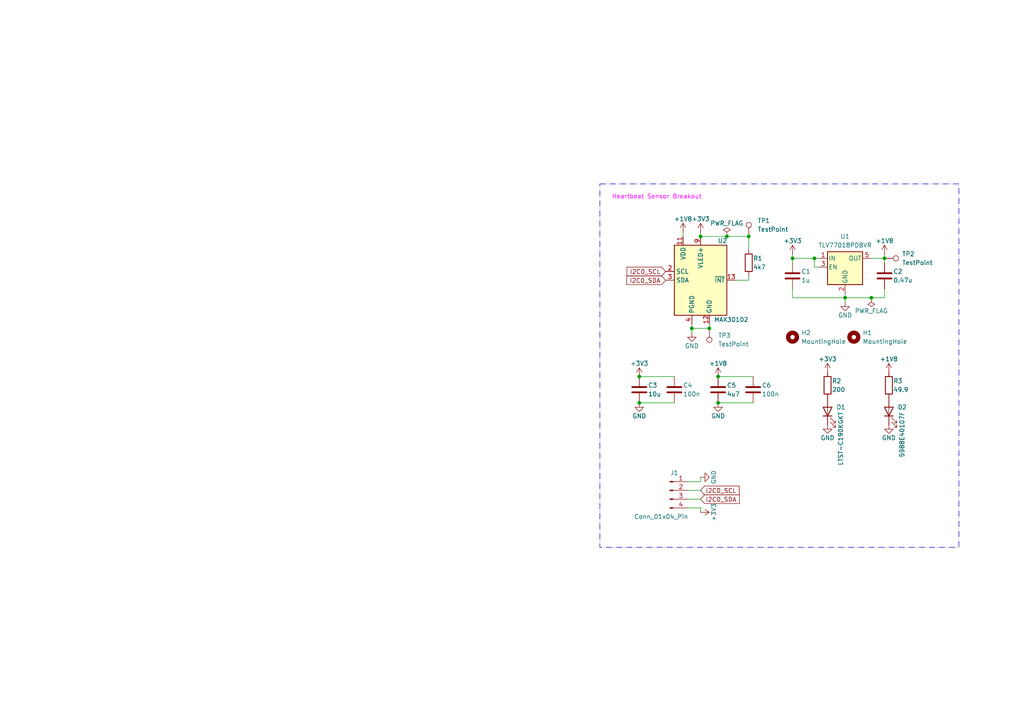
<source format=kicad_sch>
(kicad_sch (version 20250114) (generator "eeschema") (generator_version "9.0")
  (paper "A4")
  (lib_symbols
    (symbol "Connector:Conn_01x04_Pin" (pin_names (offset 1.016) (hide yes))
      (property "Reference" "J" (at 0 5.08 0))
      (property "Value" "Conn_01x04_Pin" (at 0 -7.62 0))
      (symbol "Conn_01x04_Pin_1_1"
        (rectangle (start 0.8636 2.667) (end 0 2.413) (stroke (width 0.1524)) (fill (type outline)))
        (rectangle (start 0.8636 0.127) (end 0 -0.127) (stroke (width 0.1524)) (fill (type outline)))
        (rectangle (start 0.8636 -2.413) (end 0 -2.667) (stroke (width 0.1524)) (fill (type outline)))
        (rectangle (start 0.8636 -4.953) (end 0 -5.207) (stroke (width 0.1524)) (fill (type outline)))
        (polyline (pts (xy 1.27 2.54) (xy 0.8636 2.54)) (stroke (width 0.1524)))
        (polyline (pts (xy 1.27 0) (xy 0.8636 0)) (stroke (width 0.1524)))
        (polyline (pts (xy 1.27 -2.54) (xy 0.8636 -2.54)) (stroke (width 0.1524)))
        (polyline (pts (xy 1.27 -5.08) (xy 0.8636 -5.08)) (stroke (width 0.1524)))
        (pin passive line (at 5.08 2.54 180) (length 3.81) (name "Pin_1") (number "1"))
        (pin passive line (at 5.08 0 180) (length 3.81) (name "Pin_2") (number "2"))
        (pin passive line (at 5.08 -2.54 180) (length 3.81) (name "Pin_3") (number "3"))
        (pin passive line (at 5.08 -5.08 180) (length 3.81) (name "Pin_4") (number "4"))
      )
    )
    (symbol "Connector:TestPoint" (pin_numbers (hide yes)) (pin_names (offset 0.762) (hide yes))
      (property "Reference" "TP" (at 0 6.858 0))
      (property "Value" "TestPoint" (at 0 5.08 0))
      (symbol "TestPoint_0_1"
        (circle (center 0 3.302) (radius 0.762))
      )
      (symbol "TestPoint_1_1"
        (pin passive line (at 0 0 90) (length 2.54) (name "1") (number "1"))
      )
    )
    (symbol "Device:C" (pin_numbers (hide yes)) (pin_names (offset 0.254))
      (property "Reference" "C" (at 0.635 2.54 0))
      (property "Value" "C" (at 0.635 -2.54 0))
      (symbol "C_0_1"
        (polyline (pts (xy -2.032 0.762) (xy 2.032 0.762)) (stroke (width 0.508)))
        (polyline (pts (xy -2.032 -0.762) (xy 2.032 -0.762)) (stroke (width 0.508)))
      )
      (symbol "C_1_1"
        (pin passive line (at 0 3.81 270) (length 2.794) (name "~") (number "1"))
        (pin passive line (at 0 -3.81 90) (length 2.794) (name "~") (number "2"))
      )
    )
    (symbol "Device:LED" (pin_numbers (hide yes)) (pin_names (offset 1.016) (hide yes))
      (property "Reference" "D" (at 0 2.54 0))
      (property "Value" "LED" (at 0 -2.54 0))
      (symbol "LED_0_1"
        (polyline (pts (xy -3.048 -0.762) (xy -4.572 -2.286) (xy -3.81 -2.286) (xy -4.572 -2.286) (xy -4.572 -1.524)))
        (polyline (pts (xy -1.778 -0.762) (xy -3.302 -2.286) (xy -2.54 -2.286) (xy -3.302 -2.286) (xy -3.302 -1.524)))
        (polyline (pts (xy -1.27 0) (xy 1.27 0)))
        (polyline (pts (xy -1.27 -1.27) (xy -1.27 1.27)) (stroke (width 0.254)))
        (polyline (pts (xy 1.27 -1.27) (xy 1.27 1.27) (xy -1.27 0) (xy 1.27 -1.27)) (stroke (width 0.254)))
      )
      (symbol "LED_1_1"
        (pin passive line (at -3.81 0 0) (length 2.54) (name "K") (number "1"))
        (pin passive line (at 3.81 0 180) (length 2.54) (name "A") (number "2"))
      )
    )
    (symbol "Device:R" (pin_numbers (hide yes)) (pin_names (offset 0))
      (property "Reference" "R" (at 2.032 0 90))
      (property "Value" "R" (at 0 0 90))
      (symbol "R_0_1"
        (rectangle (start -1.016 -2.54) (end 1.016 2.54) (stroke (width 0.254)))
      )
      (symbol "R_1_1"
        (pin passive line (at 0 3.81 270) (length 1.27) (name "~") (number "1"))
        (pin passive line (at 0 -3.81 90) (length 1.27) (name "~") (number "2"))
      )
    )
    (symbol "Mechanical:MountingHole" (pin_names (offset 1.016)) (exclude_from_sim yes) (in_bom no)
      (property "Reference" "H" (at 0 5.08 0))
      (property "Value" "MountingHole" (at 0 3.175 0))
      (symbol "MountingHole_0_1"
        (circle (center 0 0) (radius 1.27) (stroke (width 1.27)))
      )
    )
    (symbol "Regulator_Linear:TLV71209_SOT23-5" (pin_names (offset 0.254))
      (property "Reference" "U" (at -3.81 5.715 0))
      (property "Value" "TLV71209_SOT23-5" (at 0 5.715 0))
      (symbol "TLV71209_SOT23-5_0_1"
        (rectangle (start -5.08 4.445) (end 5.08 -5.08) (stroke (width 0.254)) (fill (type background)))
      )
      (symbol "TLV71209_SOT23-5_1_1"
        (pin power_in line (at -7.62 2.54 0) (length 2.54) (name "IN") (number "1"))
        (pin input line (at -7.62 0 0) (length 2.54) (name "EN") (number "3"))
        (pin power_in line (at 0 -7.62 90) (length 2.54) (name "GND") (number "2"))
        (pin no_connect line (at 5.08 0 180) (length 2.54) (hide yes) (name "NC") (number "4"))
        (pin power_out line (at 7.62 2.54 180) (length 2.54) (name "OUT") (number "5"))
      )
    )
    (symbol "Sensor:MAX30102"
      (property "Reference" "U" (at 7.62 15.24 0))
      (property "Value" "MAX30102" (at 7.62 12.7 0))
      (symbol "MAX30102_0_1"
        (rectangle (start -7.62 10.16) (end 7.62 -10.16) (stroke (width 0.254)) (fill (type background)))
      )
      (symbol "MAX30102_1_1"
        (pin input line (at -10.16 2.54 0) (length 2.54) (name "SCL") (number "2"))
        (pin bidirectional line (at -10.16 0 0) (length 2.54) (name "SDA") (number "3"))
        (pin no_connect line (at -7.62 5.08 0) (length 2.54) (hide yes) (name "NC") (number "1"))
        (pin no_connect line (at -7.62 -2.54 0) (length 2.54) (hide yes) (name "NC") (number "7"))
        (pin power_in line (at -5.08 12.7 270) (length 2.54) (name "VDD") (number "11"))
        (pin power_in line (at -2.54 -12.7 90) (length 2.54) (name "PGND") (number "4"))
        (pin passive line (at 0 12.7 270) (length 2.54) (hide yes) (name "VLED+") (number "10"))
        (pin power_in line (at 0 12.7 270) (length 2.54) (name "VLED+") (number "9"))
        (pin power_in line (at 2.54 -12.7 90) (length 2.54) (name "GND") (number "12"))
        (pin no_connect line (at 7.62 5.08 180) (length 2.54) (hide yes) (name "NC") (number "8"))
        (pin no_connect line (at 7.62 2.54 180) (length 2.54) (hide yes) (name "NC") (number "14"))
        (pin no_connect line (at 7.62 -5.08 180) (length 2.54) (hide yes) (name "NC") (number "6"))
        (pin no_connect line (at 7.62 -7.62 180) (length 2.54) (hide yes) (name "NC") (number "5"))
        (pin output line (at 10.16 0 180) (length 2.54) (name "~{INT}") (number "13"))
      )
    )
    (symbol "power:+1V8" (power) (pin_numbers (hide yes)) (pin_names (offset 0) (hide yes))
      (property "Value" "+1V8" (at 0 3.556 0))
      (symbol "+1V8_0_1"
        (polyline (pts (xy -0.762 1.27) (xy 0 2.54)))
        (polyline (pts (xy 0 2.54) (xy 0.762 1.27)))
        (polyline (pts (xy 0 0) (xy 0 2.54)))
      )
      (symbol "+1V8_1_1"
        (pin power_in line (at 0 0 90) (length 0) (name "~") (number "1"))
      )
    )
    (symbol "power:+3V3" (power) (pin_numbers (hide yes)) (pin_names (offset 0) (hide yes))
      (property "Value" "+3V3" (at 0 3.556 0))
      (symbol "+3V3_0_1"
        (polyline (pts (xy -0.762 1.27) (xy 0 2.54)))
        (polyline (pts (xy 0 2.54) (xy 0.762 1.27)))
        (polyline (pts (xy 0 0) (xy 0 2.54)))
      )
      (symbol "+3V3_1_1"
        (pin power_in line (at 0 0 90) (length 0) (name "~") (number "1"))
      )
    )
    (symbol "power:GND" (power) (pin_numbers (hide yes)) (pin_names (offset 0) (hide yes))
      (property "Value" "GND" (at 0 -3.81 0))
      (symbol "GND_0_1"
        (polyline (pts (xy 0 0) (xy 0 -1.27) (xy 1.27 -1.27) (xy 0 -2.54) (xy -1.27 -1.27) (xy 0 -1.27)))
      )
      (symbol "GND_1_1"
        (pin power_in line (at 0 0 270) (length 0) (name "~") (number "1"))
      )
    )
    (symbol "power:PWR_FLAG" (power) (pin_numbers (hide yes)) (pin_names (offset 0) (hide yes))
      (property "Value" "PWR_FLAG" (at 0 3.81 0))
      (symbol "PWR_FLAG_0_0"
        (pin power_out line (at 0 0 90) (length 0) (name "~") (number "1"))
      )
      (symbol "PWR_FLAG_0_1"
        (polyline (pts (xy 0 0) (xy 0 1.27) (xy -1.016 1.905) (xy 0 2.54) (xy 1.016 1.905) (xy 0 1.27)))
      )
    )
  )
  (rectangle (start 173.99 53.34) (end 278.13 158.75) (stroke (width 0) (type dash_dot)))
  (text "Heartbeat Sensor Breakout\n" (at 190.5 57.15 0) (effects (font (size 1.27 1.27))))
  (junction (at 208.28 109.22))
  (junction (at 256.54 74.93))
  (junction (at 229.87 74.93))
  (junction (at 252.73 86.36))
  (junction (at 205.74 95.25))
  (junction (at 208.28 116.84))
  (junction (at 185.42 109.22))
  (junction (at 236.22 74.93))
  (junction (at 185.42 116.84))
  (junction (at 203.2 68.58))
  (junction (at 210.82 68.58))
  (junction (at 245.11 86.36))
  (junction (at 217.17 68.58))
  (junction (at 200.66 95.25))
  (wire (pts (xy 200.66 95.25) (xy 205.74 95.25)))
  (wire (pts (xy 252.73 86.36) (xy 245.11 86.36)))
  (wire (pts (xy 256.54 74.93) (xy 256.54 76.2)))
  (wire (pts (xy 229.87 74.93) (xy 229.87 76.2)))
  (wire (pts (xy 217.17 81.28) (xy 217.17 80.01)))
  (wire (pts (xy 203.2 139.7) (xy 199.39 139.7)))
  (wire (pts (xy 256.54 74.93) (xy 252.73 74.93)))
  (wire (pts (xy 208.28 116.84) (xy 218.44 116.84)))
  (wire (pts (xy 198.12 67.31) (xy 198.12 68.58)))
  (wire (pts (xy 236.22 74.93) (xy 237.49 74.93)))
  (wire (pts (xy 245.11 87.63) (xy 245.11 86.36)))
  (wire (pts (xy 205.74 95.25) (xy 205.74 93.98)))
  (wire (pts (xy 203.2 148.59) (xy 203.2 147.32)))
  (wire (pts (xy 203.2 67.31) (xy 203.2 68.58)))
  (wire (pts (xy 217.17 72.39) (xy 217.17 68.58)))
  (wire (pts (xy 213.36 81.28) (xy 217.17 81.28)))
  (wire (pts (xy 210.82 68.58) (xy 203.2 68.58)))
  (wire (pts (xy 256.54 73.66) (xy 256.54 74.93)))
  (wire (pts (xy 236.22 77.47) (xy 236.22 74.93)))
  (wire (pts (xy 185.42 116.84) (xy 195.58 116.84)))
  (wire (pts (xy 229.87 86.36) (xy 245.11 86.36)))
  (wire (pts (xy 256.54 86.36) (xy 252.73 86.36)))
  (wire (pts (xy 229.87 73.66) (xy 229.87 74.93)))
  (wire (pts (xy 217.17 68.58) (xy 210.82 68.58)))
  (wire (pts (xy 199.39 142.24) (xy 203.2 142.24)))
  (wire (pts (xy 203.2 138.43) (xy 203.2 139.7)))
  (wire (pts (xy 200.66 95.25) (xy 200.66 96.52)))
  (wire (pts (xy 199.39 144.78) (xy 203.2 144.78)))
  (wire (pts (xy 236.22 77.47) (xy 237.49 77.47)))
  (wire (pts (xy 208.28 109.22) (xy 218.44 109.22)))
  (wire (pts (xy 229.87 83.82) (xy 229.87 86.36)))
  (wire (pts (xy 185.42 109.22) (xy 195.58 109.22)))
  (wire (pts (xy 245.11 86.36) (xy 245.11 85.09)))
  (wire (pts (xy 229.87 74.93) (xy 236.22 74.93)))
  (wire (pts (xy 200.66 93.98) (xy 200.66 95.25)))
  (wire (pts (xy 256.54 83.82) (xy 256.54 86.36)))
  (wire (pts (xy 203.2 147.32) (xy 199.39 147.32)))
  (global_label "I2C0_SCL" (shape input) (at 193.04 78.74 180) (property "Intersheetrefs" "${INTERSHEET_REFS}" (effects (hide yes))))
  (global_label "I2C0_SDA" (shape input) (at 193.04 81.28 180) (property "Intersheetrefs" "${INTERSHEET_REFS}" (effects (hide yes))))
  (global_label "I2C0_SCL" (shape input) (at 203.2 142.24 0) (property "Intersheetrefs" "${INTERSHEET_REFS}" (effects (hide yes))))
  (global_label "I2C0_SDA" (shape input) (at 203.2 144.78 0) (property "Intersheetrefs" "${INTERSHEET_REFS}" (effects (hide yes))))
  (symbol (lib_id "Device:R") (at 217.17 76.2 0) (unit 1)
    (property "Reference" "R1" (at 218.44 74.93 0) (effects (justify left)))
    (property "Value" "4k7" (at 218.44 77.47 0) (effects (justify left)))
    (property "Footprint" "Resistor_SMD:R_0603_1608Metric" (effects (hide yes)))
    (property "Description" "Resistor" (effects (hide yes)))
  )
  (symbol (lib_id "power:GND") (at 200.66 96.52 0) (unit 1)
    (property "Reference" "#PWR06" (effects (hide yes)))
    (property "Value" "GND" (at 200.66 100.33 0))
    (property "Description" "Power symbol creates a global label with name \"GND\" , ground" (effects (hide yes)))
  )
  (symbol (lib_id "power:+3V3") (at 185.42 109.22 0) (unit 1)
    (property "Reference" "#PWR09" (effects (hide yes)))
    (property "Value" "+3V3" (at 185.42 105.41 0))
    (property "Description" "Power symbol creates a global label with name \"+3V3\"" (effects (hide yes)))
  )
  (symbol (lib_id "power:GND") (at 240.03 123.19 0) (unit 1)
    (property "Reference" "#PWR013" (effects (hide yes)))
    (property "Value" "GND" (at 240.03 127 0))
    (property "Description" "Power symbol creates a global label with name \"GND\" , ground" (effects (hide yes)))
  )
  (symbol (lib_id "Connector:TestPoint") (at 205.74 95.25 180) (unit 1)
    (property "Reference" "TP3" (at 208.28 97.2819 0) (effects (justify right)))
    (property "Value" "TestPoint" (at 208.28 99.8219 0) (effects (justify right)))
    (property "Footprint" "TestPoint:TestPoint_Pad_D1.0mm" (effects (hide yes)))
    (property "Description" "test point" (effects (hide yes)))
  )
  (symbol (lib_id "Device:C") (at 208.28 113.03 0) (unit 1)
    (property "Reference" "C5" (at 210.82 111.76 0) (effects (justify left)))
    (property "Value" "4u7" (at 210.82 114.3 0) (effects (justify left)))
    (property "Footprint" "Capacitor_SMD:C_0603_1608Metric" (effects (hide yes)))
    (property "Description" "Unpolarized capacitor" (effects (hide yes)))
  )
  (symbol (lib_id "Connector:Conn_01x04_Pin") (at 194.31 142.24 0) (unit 1)
    (property "Reference" "J1" (at 195.58 137.16 0))
    (property "Value" "Conn_01x04_Pin" (at 191.77 149.86 0))
    (property "Footprint" "Connector_JST:JST_SH_SM04B-SRSS-TB_1x04-1MP_P1.00mm_Horizontal" (effects (hide yes)))
    (property "Description" "Generic connector, single row, 01x04, script generated" (effects (hide yes)))
  )
  (symbol (lib_id "Regulator_Linear:TLV71209_SOT23-5") (at 245.11 77.47 0) (unit 1)
    (property "Reference" "U1" (at 245.11 68.58 0))
    (property "Value" "TLV77018PDBVR" (at 245.11 71.12 0))
    (property "Footprint" "Package_TO_SOT_SMD:SOT-23-5_HandSoldering" (effects (hide yes)))
    (property "Datasheet" "http://www.ti.com/lit/ds/symlink/tlv712.pdf" (effects (hide yes)))
    (property "Description" "300mA Low Dropout Voltage Regulator, Fixed Output 0.9V, SOT-23-5" (effects (hide yes)))
  )
  (symbol (lib_id "Device:LED") (at 240.03 119.38 90) (unit 1)
    (property "Reference" "D1" (at 242.57 118.11 90) (effects (justify right)))
    (property "Value" "LTST-C190KGKT" (at 243.84 119.38 0) (effects (justify right)))
    (property "Footprint" "LED_SMD:LED_0603_1608Metric" (effects (hide yes)))
    (property "Description" "Light emitting diode" (effects (hide yes)))
    (property "Sim.Pins" "1=K 2=A" (effects (hide yes)))
  )
  (symbol (lib_id "Device:R") (at 257.81 111.76 0) (unit 1)
    (property "Reference" "R3" (at 259.08 110.49 0) (effects (justify left)))
    (property "Value" "49.9" (at 259.08 113.03 0) (effects (justify left)))
    (property "Footprint" "Resistor_SMD:R_0603_1608Metric" (effects (hide yes)))
  )
  (symbol (lib_id "Device:LED") (at 257.81 119.38 90) (unit 1)
    (property "Reference" "D2" (at 260.35 118.11 90) (effects (justify right)))
    (property "Value" "5988E40107F" (at 261.62 119.38 0) (effects (justify right)))
    (property "Footprint" "LED_SMD:LED_0603_1608Metric" (effects (hide yes)))
    (property "Description" "Light emitting diode" (effects (hide yes)))
    (property "Sim.Pins" "1=K 2=A" (effects (hide yes)))
  )
  (symbol (lib_id "power:+3V3") (at 229.87 73.66 0) (unit 1)
    (property "Reference" "#PWR03" (effects (hide yes)))
    (property "Value" "+3V3" (at 229.87 69.85 0))
    (property "Description" "Power symbol creates a global label with name \"+3V3\"" (effects (hide yes)))
  )
  (symbol (lib_id "power:+1V8") (at 208.28 109.22 0) (unit 1)
    (property "Reference" "#PWR010" (effects (hide yes)))
    (property "Value" "+1V8" (at 208.28 105.41 0))
    (property "Description" "Power symbol creates a global label with name \"+1V8\"" (effects (hide yes)))
  )
  (symbol (lib_id "power:+1V8") (at 257.81 107.95 0) (unit 1)
    (property "Reference" "#PWR08" (effects (hide yes)))
    (property "Value" "+1V8" (at 257.81 104.14 0))
    (property "Description" "Power symbol creates a global label with name \"+1V8\"" (effects (hide yes)))
  )
  (symbol (lib_id "power:GND") (at 203.2 138.43 90) (unit 1)
    (property "Reference" "#PWR016" (effects (hide yes)))
    (property "Value" "GND" (at 207.01 138.43 0))
    (property "Description" "Power symbol creates a global label with name \"GND\" , ground" (effects (hide yes)))
  )
  (symbol (lib_id "Connector:TestPoint") (at 256.54 74.93 270) (unit 1)
    (property "Reference" "TP2" (at 261.62 73.6599 90) (effects (justify left)))
    (property "Value" "TestPoint" (at 261.62 76.1999 90) (effects (justify left)))
    (property "Footprint" "TestPoint:TestPoint_Pad_D1.0mm" (effects (hide yes)))
    (property "Description" "test point" (effects (hide yes)))
  )
  (symbol (lib_id "Device:C") (at 218.44 113.03 0) (unit 1)
    (property "Reference" "C6" (at 220.98 111.76 0) (effects (justify left)))
    (property "Value" "100n" (at 220.98 114.3 0) (effects (justify left)))
    (property "Footprint" "Capacitor_SMD:C_0603_1608Metric" (effects (hide yes)))
    (property "Description" "Unpolarized capacitor" (effects (hide yes)))
  )
  (symbol (lib_id "Device:C") (at 256.54 80.01 0) (unit 1)
    (property "Reference" "C2" (at 259.08 78.74 0) (effects (justify left)))
    (property "Value" "0.47u" (at 259.08 81.28 0) (effects (justify left)))
    (property "Footprint" "Capacitor_SMD:C_0603_1608Metric" (effects (hide yes)))
    (property "Description" "Unpolarized capacitor" (effects (hide yes)))
  )
  (symbol (lib_id "power:GND") (at 208.28 116.84 0) (unit 1)
    (property "Reference" "#PWR012" (effects (hide yes)))
    (property "Value" "GND" (at 208.28 120.65 0))
    (property "Description" "Power symbol creates a global label with name \"GND\" , ground" (effects (hide yes)))
  )
  (symbol (lib_id "power:GND") (at 185.42 116.84 0) (unit 1)
    (property "Reference" "#PWR011" (effects (hide yes)))
    (property "Value" "GND" (at 185.42 120.65 0))
    (property "Description" "Power symbol creates a global label with name \"GND\" , ground" (effects (hide yes)))
  )
  (symbol (lib_id "power:+3V3") (at 203.2 148.59 270) (unit 1)
    (property "Reference" "#PWR015" (effects (hide yes)))
    (property "Value" "+3V3" (at 207.01 148.59 0))
    (property "Description" "Power symbol creates a global label with name \"+3V3\"" (effects (hide yes)))
  )
  (symbol (lib_id "Device:R") (at 240.03 111.76 0) (unit 1)
    (property "Reference" "R2" (at 241.3 110.49 0) (effects (justify left)))
    (property "Value" "200" (at 241.3 113.03 0) (effects (justify left)))
    (property "Footprint" "Resistor_SMD:R_0603_1608Metric" (effects (hide yes)))
  )
  (symbol (lib_id "Device:C") (at 229.87 80.01 0) (unit 1)
    (property "Reference" "C1" (at 232.41 78.74 0) (effects (justify left)))
    (property "Value" "1u" (at 232.41 81.28 0) (effects (justify left)))
    (property "Footprint" "Capacitor_SMD:C_0603_1608Metric" (effects (hide yes)))
    (property "Description" "Unpolarized capacitor" (effects (hide yes)))
  )
  (symbol (lib_id "power:PWR_FLAG") (at 210.82 68.58 0) (unit 1)
    (property "Reference" "#FLG01" (effects (hide yes)))
    (property "Value" "PWR_FLAG" (at 210.82 64.77 0))
    (property "Description" "Special symbol for telling ERC where power comes from" (effects (hide yes)))
  )
  (symbol (lib_id "Device:C") (at 195.58 113.03 0) (unit 1)
    (property "Reference" "C4" (at 198.12 111.76 0) (effects (justify left)))
    (property "Value" "100n" (at 198.12 114.3 0) (effects (justify left)))
    (property "Footprint" "Capacitor_SMD:C_0603_1608Metric" (effects (hide yes)))
    (property "Description" "Unpolarized capacitor" (effects (hide yes)))
  )
  (symbol (lib_id "power:+3V3") (at 240.03 107.95 0) (unit 1)
    (property "Reference" "#PWR07" (effects (hide yes)))
    (property "Value" "+3V3" (at 240.03 104.14 0))
    (property "Description" "Power symbol creates a global label with name \"+3V3\"" (effects (hide yes)))
  )
  (symbol (lib_id "Sensor:MAX30102") (at 203.2 81.28 0) (unit 1)
    (property "Reference" "U2" (at 209.55 69.85 0))
    (property "Value" "MAX30102" (at 212.09 92.71 0))
    (property "Footprint" "OptoDevice:Maxim_OLGA-14_3.3x5.6mm_P0.8mm" (effects (hide yes)))
    (property "Datasheet" "https://datasheets.maximintegrated.com/en/ds/MAX30102.pdf" (effects (hide yes)))
    (property "Description" "Heart Rate Sensor, 14-OLGA" (effects (hide yes)))
  )
  (symbol (lib_id "Connector:TestPoint") (at 217.17 68.58 0) (unit 1)
    (property "Reference" "TP1" (at 219.71 64.0079 0) (effects (justify left)))
    (property "Value" "TestPoint" (at 219.71 66.5479 0) (effects (justify left)))
    (property "Footprint" "TestPoint:TestPoint_Pad_D1.0mm" (effects (hide yes)))
    (property "Description" "test point" (effects (hide yes)))
  )
  (symbol (lib_id "Mechanical:MountingHole") (at 229.87 97.79 0) (unit 1) (exclude_from_sim yes) (in_bom no)
    (property "Reference" "H2" (at 232.41 96.5199 0) (effects (justify left)))
    (property "Value" "MountingHole" (at 232.41 99.0599 0) (effects (justify left)))
    (property "Footprint" "MountingHole:MountingHole_2.2mm_M2" (effects (hide yes)))
    (property "Description" "Mounting Hole without connection" (effects (hide yes)))
  )
  (symbol (lib_id "power:GND") (at 257.81 123.19 0) (unit 1)
    (property "Reference" "#PWR014" (effects (hide yes)))
    (property "Value" "GND" (at 257.81 127 0))
    (property "Description" "Power symbol creates a global label with name \"GND\" , ground" (effects (hide yes)))
  )
  (symbol (lib_id "Device:C") (at 185.42 113.03 0) (unit 1)
    (property "Reference" "C3" (at 187.96 111.76 0) (effects (justify left)))
    (property "Value" "10u" (at 187.96 114.3 0) (effects (justify left)))
    (property "Footprint" "Capacitor_SMD:C_0603_1608Metric" (effects (hide yes)))
    (property "Description" "Unpolarized capacitor" (effects (hide yes)))
  )
  (symbol (lib_id "Mechanical:MountingHole") (at 247.65 97.79 0) (unit 1) (exclude_from_sim yes) (in_bom no)
    (property "Reference" "H1" (at 250.19 96.5199 0) (effects (justify left)))
    (property "Value" "MountingHole" (at 250.19 99.0599 0) (effects (justify left)))
    (property "Footprint" "MountingHole:MountingHole_2.2mm_M2" (effects (hide yes)))
    (property "Description" "Mounting Hole without connection" (effects (hide yes)))
  )
  (symbol (lib_id "power:PWR_FLAG") (at 252.73 86.36 180) (unit 1)
    (property "Reference" "#FLG02" (effects (hide yes)))
    (property "Value" "PWR_FLAG" (at 252.73 90.17 0))
    (property "Description" "Special symbol for telling ERC where power comes from" (effects (hide yes)))
  )
  (symbol (lib_id "power:+3V3") (at 203.2 67.31 0) (unit 1)
    (property "Reference" "#PWR02" (effects (hide yes)))
    (property "Value" "+3V3" (at 203.2 63.5 0))
    (property "Description" "Power symbol creates a global label with name \"+3V3\"" (effects (hide yes)))
  )
  (symbol (lib_id "power:GND") (at 245.11 87.63 0) (unit 1)
    (property "Reference" "#PWR05" (effects (hide yes)))
    (property "Value" "GND" (at 245.11 91.44 0))
    (property "Description" "Power symbol creates a global label with name \"GND\" , ground" (effects (hide yes)))
  )
  (symbol (lib_id "power:+1V8") (at 198.12 67.31 0) (unit 1)
    (property "Reference" "#PWR01" (effects (hide yes)))
    (property "Value" "+1V8" (at 198.12 63.5 0))
    (property "Description" "Power symbol creates a global label with name \"+1V8\"" (effects (hide yes)))
  )
  (symbol (lib_id "power:+1V8") (at 256.54 73.66 0) (unit 1)
    (property "Reference" "#PWR04" (effects (hide yes)))
    (property "Value" "+1V8" (at 256.54 69.85 0))
    (property "Description" "Power symbol creates a global label with name \"+1V8\"" (effects (hide yes)))
  )
)
</source>
